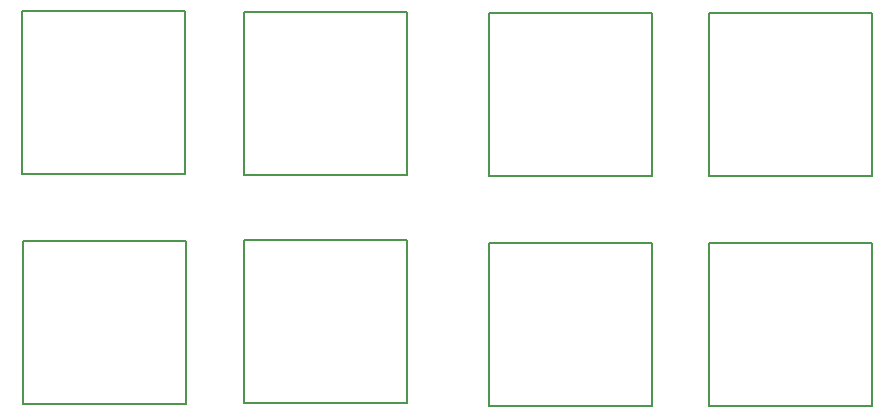
<source format=gbr>
%TF.GenerationSoftware,KiCad,Pcbnew,8.0.2*%
%TF.CreationDate,2025-08-30T14:26:49+07:00*%
%TF.ProjectId,minions,6d696e69-6f6e-4732-9e6b-696361645f70,1*%
%TF.SameCoordinates,Original*%
%TF.FileFunction,Other,ECO2*%
%FSLAX46Y46*%
G04 Gerber Fmt 4.6, Leading zero omitted, Abs format (unit mm)*
G04 Created by KiCad (PCBNEW 8.0.2) date 2025-08-30 14:26:49*
%MOMM*%
%LPD*%
G01*
G04 APERTURE LIST*
%ADD10C,0.150000*%
G04 APERTURE END LIST*
D10*
%TO.C,K8*%
X147290000Y-140060000D02*
X147290000Y-153860000D01*
X133490000Y-153860000D02*
X147290000Y-153860000D01*
X147290000Y-140060000D02*
X133490000Y-140060000D01*
X133490000Y-153860000D02*
X133490000Y-140060000D01*
%TO.C,K7*%
X128590000Y-140110000D02*
X128590000Y-153910000D01*
X114790000Y-153910000D02*
X128590000Y-153910000D01*
X128590000Y-140110000D02*
X114790000Y-140110000D01*
X114790000Y-153910000D02*
X114790000Y-140110000D01*
%TO.C,K6*%
X147290000Y-120710000D02*
X147290000Y-134510000D01*
X133490000Y-134510000D02*
X147290000Y-134510000D01*
X147290000Y-120710000D02*
X133490000Y-120710000D01*
X133490000Y-134510000D02*
X133490000Y-120710000D01*
%TO.C,K5*%
X186610000Y-140300000D02*
X186610000Y-154100000D01*
X172810000Y-154100000D02*
X186610000Y-154100000D01*
X186610000Y-140300000D02*
X172810000Y-140300000D01*
X172810000Y-154100000D02*
X172810000Y-140300000D01*
%TO.C,K2*%
X168050000Y-140270000D02*
X168050000Y-154070000D01*
X154250000Y-154070000D02*
X168050000Y-154070000D01*
X168050000Y-140270000D02*
X154250000Y-140270000D01*
X154250000Y-154070000D02*
X154250000Y-140270000D01*
%TO.C,K3*%
X128490000Y-120610000D02*
X128490000Y-134410000D01*
X114690000Y-134410000D02*
X128490000Y-134410000D01*
X128490000Y-120610000D02*
X114690000Y-120610000D01*
X114690000Y-134410000D02*
X114690000Y-120610000D01*
%TO.C,K4*%
X172810000Y-134600000D02*
X172810000Y-120800000D01*
X186610000Y-120800000D02*
X172810000Y-120800000D01*
X172810000Y-134600000D02*
X186610000Y-134600000D01*
X186610000Y-120800000D02*
X186610000Y-134600000D01*
%TO.C,K1*%
X154250000Y-134570000D02*
X154250000Y-120770000D01*
X168050000Y-120770000D02*
X154250000Y-120770000D01*
X154250000Y-134570000D02*
X168050000Y-134570000D01*
X168050000Y-120770000D02*
X168050000Y-134570000D01*
%TD*%
M02*

</source>
